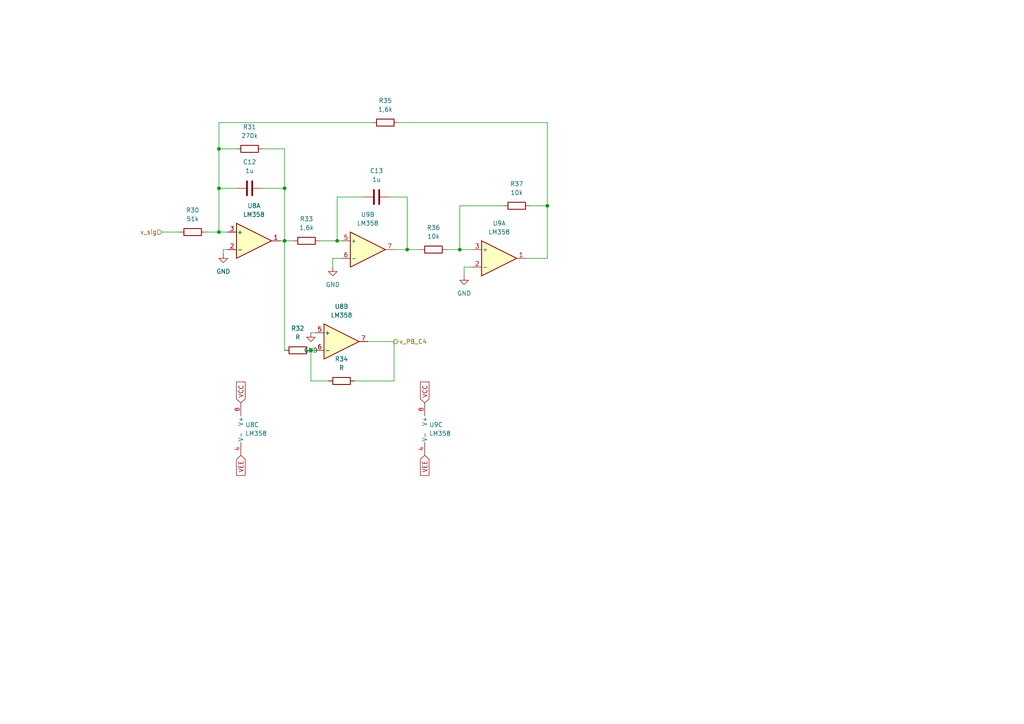
<source format=kicad_sch>
(kicad_sch (version 20211123) (generator eeschema)
  (paper "A4")
  (lib_symbols
    (symbol "Amplifier_Operational:LM358" (pin_names (offset 0.127))
      (property "Reference" "U" (at 0 5.08 0))
      (property "Value" "LM358" (at 0 -5.08 0))
      (symbol "LM358_1_1"
        (polyline (pts (xy -5.08 5.08) (xy 5.08 0) (xy -5.08 -5.08) (xy -5.08 5.08)) (stroke (width 0.254)) (fill (type background)))
        (pin output line (at 7.62 0 180) (length 2.54) (name "~") (number "1"))
        (pin input line (at -7.62 -2.54 0) (length 2.54) (name "-") (number "2"))
        (pin input line (at -7.62 2.54 0) (length 2.54) (name "+") (number "3"))
      )
      (symbol "LM358_2_1"
        (polyline (pts (xy -5.08 5.08) (xy 5.08 0) (xy -5.08 -5.08) (xy -5.08 5.08)) (stroke (width 0.254)) (fill (type background)))
        (pin input line (at -7.62 2.54 0) (length 2.54) (name "+") (number "5"))
        (pin input line (at -7.62 -2.54 0) (length 2.54) (name "-") (number "6"))
        (pin output line (at 7.62 0 180) (length 2.54) (name "~") (number "7"))
      )
      (symbol "LM358_3_1"
        (pin power_in line (at -2.54 -7.62 90) (length 3.81) (name "V-") (number "4"))
        (pin power_in line (at -2.54 7.62 270) (length 3.81) (name "V+") (number "8"))
      )
    )
    (symbol "Device:C" (pin_numbers hide) (pin_names (offset 0.254))
      (property "Reference" "C" (at 0.635 2.54 0))
      (property "Value" "C" (at 0.635 -2.54 0))
      (symbol "C_0_1"
        (polyline (pts (xy -2.032 -0.762) (xy 2.032 -0.762)) (stroke (width 0.508)))
        (polyline (pts (xy -2.032 0.762) (xy 2.032 0.762)) (stroke (width 0.508)))
      )
      (symbol "C_1_1"
        (pin passive line (at 0 3.81 270) (length 2.794) (name "~") (number "1"))
        (pin passive line (at 0 -3.81 90) (length 2.794) (name "~") (number "2"))
      )
    )
    (symbol "Device:R" (pin_numbers hide) (pin_names (offset 0))
      (property "Reference" "R" (at 2.032 0 90))
      (property "Value" "R" (at 0 0 90))
      (symbol "R_0_1"
        (rectangle (start -1.016 -2.54) (end 1.016 2.54) (stroke (width 0.254)))
      )
      (symbol "R_1_1"
        (pin passive line (at 0 3.81 270) (length 1.27) (name "~") (number "1"))
        (pin passive line (at 0 -3.81 90) (length 1.27) (name "~") (number "2"))
      )
    )
    (symbol "power:GND" (power) (pin_names (offset 0))
      (property "Value" "GND" (at 0 -3.81 0))
      (symbol "GND_0_1"
        (polyline (pts (xy 0 0) (xy 0 -1.27) (xy 1.27 -1.27) (xy 0 -2.54) (xy -1.27 -1.27) (xy 0 -1.27)))
      )
      (symbol "GND_1_1"
        (pin power_in line (at 0 0 270) (length 0) hide (name "GND") (number "1"))
      )
    )
  )
  (junction (at 63.5 43.18))
  (junction (at 133.35 72.39))
  (junction (at 97.79 69.85))
  (junction (at 82.55 54.61))
  (junction (at 90.17 101.6))
  (junction (at 158.75 59.69))
  (junction (at 63.5 67.31))
  (junction (at 118.11 72.39))
  (junction (at 63.5 54.61))
  (junction (at 82.55 69.85))
  (wire (pts (xy 105.41 57.15) (xy 97.79 57.15)))
  (wire (pts (xy 63.5 54.61) (xy 63.5 67.31)))
  (wire (pts (xy 129.54 72.39) (xy 133.35 72.39)))
  (wire (pts (xy 82.55 69.85) (xy 85.09 69.85)))
  (wire (pts (xy 134.62 77.47) (xy 137.16 77.47)))
  (wire (pts (xy 64.77 73.66) (xy 64.77 72.39)))
  (wire (pts (xy 64.77 72.39) (xy 66.04 72.39)))
  (wire (pts (xy 46.99 67.31) (xy 52.07 67.31)))
  (wire (pts (xy 82.55 54.61) (xy 82.55 69.85)))
  (wire (pts (xy 102.87 110.49) (xy 114.3 110.49)))
  (wire (pts (xy 63.5 35.56) (xy 63.5 43.18)))
  (wire (pts (xy 158.75 35.56) (xy 158.75 59.69)))
  (wire (pts (xy 63.5 67.31) (xy 66.04 67.31)))
  (wire (pts (xy 76.2 54.61) (xy 82.55 54.61)))
  (wire (pts (xy 114.3 110.49) (xy 114.3 99.06)))
  (wire (pts (xy 63.5 43.18) (xy 63.5 54.61)))
  (wire (pts (xy 158.75 59.69) (xy 153.67 59.69)))
  (wire (pts (xy 82.55 43.18) (xy 82.55 54.61)))
  (wire (pts (xy 59.69 67.31) (xy 63.5 67.31)))
  (wire (pts (xy 95.25 110.49) (xy 90.17 110.49)))
  (wire (pts (xy 68.58 43.18) (xy 63.5 43.18)))
  (wire (pts (xy 97.79 69.85) (xy 99.06 69.85)))
  (wire (pts (xy 68.58 54.61) (xy 63.5 54.61)))
  (wire (pts (xy 118.11 57.15) (xy 118.11 72.39)))
  (wire (pts (xy 114.3 72.39) (xy 118.11 72.39)))
  (wire (pts (xy 76.2 43.18) (xy 82.55 43.18)))
  (wire (pts (xy 81.28 69.85) (xy 82.55 69.85)))
  (wire (pts (xy 118.11 72.39) (xy 121.92 72.39)))
  (wire (pts (xy 82.55 69.85) (xy 82.55 101.6)))
  (wire (pts (xy 113.03 57.15) (xy 118.11 57.15)))
  (wire (pts (xy 90.17 110.49) (xy 90.17 101.6)))
  (wire (pts (xy 92.71 69.85) (xy 97.79 69.85)))
  (wire (pts (xy 90.17 101.6) (xy 91.44 101.6)))
  (wire (pts (xy 152.4 74.93) (xy 158.75 74.93)))
  (wire (pts (xy 97.79 57.15) (xy 97.79 69.85)))
  (wire (pts (xy 115.57 35.56) (xy 158.75 35.56)))
  (wire (pts (xy 114.3 99.06) (xy 106.68 99.06)))
  (wire (pts (xy 134.62 80.01) (xy 134.62 77.47)))
  (wire (pts (xy 158.75 74.93) (xy 158.75 59.69)))
  (wire (pts (xy 133.35 72.39) (xy 137.16 72.39)))
  (wire (pts (xy 133.35 59.69) (xy 133.35 72.39)))
  (wire (pts (xy 107.95 35.56) (xy 63.5 35.56)))
  (wire (pts (xy 96.52 74.93) (xy 96.52 77.47)))
  (wire (pts (xy 90.17 96.52) (xy 91.44 96.52)))
  (wire (pts (xy 99.06 74.93) (xy 96.52 74.93)))
  (wire (pts (xy 146.05 59.69) (xy 133.35 59.69)))
  (global_label "VCC" (shape input) (at 69.85 116.84 90) (property "Intersheet References" "${INTERSHEET_REFS}" (effects hide)))
  (global_label "VEE" (shape input) (at 123.19 132.08 270) (property "Intersheet References" "${INTERSHEET_REFS}" (effects hide)))
  (global_label "VEE" (shape input) (at 69.85 132.08 270) (property "Intersheet References" "${INTERSHEET_REFS}" (effects hide)))
  (global_label "VCC" (shape input) (at 123.19 116.84 90) (property "Intersheet References" "${INTERSHEET_REFS}" (effects hide)))
  (hierarchical_label "v_PB_C4" (shape output) (at 114.3 99.06 0))
  (hierarchical_label "v_sig" (shape input) (at 46.99 67.31 180))
  (symbol (lib_id "Device:R") (at 55.88 67.31 90) (unit 1)
    (property "Reference" "R30" (at 55.88 60.96 90))
    (property "Value" "51k" (at 55.88 63.5 90))
    (property "Footprint" "Resistor_SMD:R_0805_2012Metric" (effects hide))
  )
  (symbol (lib_id "Device:R") (at 99.06 110.49 90) (unit 1)
    (property "Reference" "R34" (at 99.06 104.14 90))
    (property "Value" "R" (at 99.06 106.68 90))
  )
  (symbol (lib_id "power:GND") (at 90.17 96.52 0) (unit 1)
    (property "Reference" "#PWR023" (effects hide))
    (property "Value" "GND" (at 90.17 101.6 0))
  )
  (symbol (lib_id "Amplifier_Operational:LM358") (at 125.73 124.46 0) (unit 3)
    (property "Reference" "U9" (at 124.46 123.1899 0) (effects (justify left)))
    (property "Value" "LM358" (at 124.46 125.7299 0) (effects (justify left)))
    (property "Footprint" "Package_DIP:DIP-8_W7.62mm" (effects hide))
    (property "Datasheet" "http://www.ti.com/lit/ds/symlink/lm2904-n.pdf" (effects hide))
  )
  (symbol (lib_id "Amplifier_Operational:LM358") (at 99.06 99.06 0) (unit 2)
    (property "Reference" "U8" (at 99.06 88.9 0))
    (property "Value" "LM358" (at 99.06 91.44 0))
    (property "Footprint" "Package_DIP:DIP-8_W7.62mm" (effects hide))
    (property "Datasheet" "http://www.ti.com/lit/ds/symlink/lm2904-n.pdf" (effects hide))
  )
  (symbol (lib_id "Amplifier_Operational:LM358") (at 106.68 72.39 0) (unit 2)
    (property "Reference" "U9" (at 106.68 62.23 0))
    (property "Value" "LM358" (at 106.68 64.77 0))
    (property "Footprint" "Package_DIP:DIP-8_W7.62mm" (effects hide))
    (property "Datasheet" "http://www.ti.com/lit/ds/symlink/lm2904-n.pdf" (effects hide))
  )
  (symbol (lib_id "Device:R") (at 111.76 35.56 90) (unit 1)
    (property "Reference" "R35" (at 111.76 29.21 90))
    (property "Value" "1,6k" (at 111.76 31.75 90))
    (property "Footprint" "Resistor_SMD:R_0805_2012Metric" (effects hide))
  )
  (symbol (lib_id "Device:C") (at 109.22 57.15 90) (unit 1)
    (property "Reference" "C13" (at 109.22 49.53 90))
    (property "Value" "1u" (at 109.22 52.07 90))
  )
  (symbol (lib_id "Device:R") (at 72.39 43.18 90) (unit 1)
    (property "Reference" "R31" (at 72.39 36.83 90))
    (property "Value" "270k" (at 72.39 39.37 90))
    (property "Footprint" "Resistor_SMD:R_0805_2012Metric" (effects hide))
  )
  (symbol (lib_id "power:GND") (at 64.77 73.66 0) (unit 1)
    (property "Reference" "#PWR022" (effects hide))
    (property "Value" "GND" (at 64.77 78.74 0))
  )
  (symbol (lib_id "power:GND") (at 96.52 77.47 0) (unit 1)
    (property "Reference" "#PWR024" (effects hide))
    (property "Value" "GND" (at 96.52 82.55 0))
  )
  (symbol (lib_id "power:GND") (at 134.62 80.01 0) (unit 1)
    (property "Reference" "#PWR025" (effects hide))
    (property "Value" "GND" (at 134.62 85.09 0))
  )
  (symbol (lib_id "Device:R") (at 86.36 101.6 90) (unit 1)
    (property "Reference" "R32" (at 86.36 95.25 90))
    (property "Value" "R" (at 86.36 97.79 90))
  )
  (symbol (lib_id "Device:R") (at 88.9 69.85 90) (unit 1)
    (property "Reference" "R33" (at 88.9 63.5 90))
    (property "Value" "1,6k" (at 88.9 66.04 90))
    (property "Footprint" "Resistor_SMD:R_0805_2012Metric" (effects hide))
  )
  (symbol (lib_id "Device:R") (at 125.73 72.39 90) (unit 1)
    (property "Reference" "R36" (at 125.73 66.04 90))
    (property "Value" "10k" (at 125.73 68.58 90))
    (property "Footprint" "Resistor_SMD:R_0805_2012Metric" (effects hide))
  )
  (symbol (lib_id "Device:R") (at 149.86 59.69 90) (unit 1)
    (property "Reference" "R37" (at 149.86 53.34 90))
    (property "Value" "10k" (at 149.86 55.88 90))
    (property "Footprint" "Resistor_SMD:R_0805_2012Metric" (effects hide))
  )
  (symbol (lib_id "Amplifier_Operational:LM358") (at 144.78 74.93 0) (unit 1)
    (property "Reference" "U9" (at 144.78 64.77 0))
    (property "Value" "LM358" (at 144.78 67.31 0))
    (property "Footprint" "Package_DIP:DIP-8_W7.62mm" (effects hide))
    (property "Datasheet" "http://www.ti.com/lit/ds/symlink/lm2904-n.pdf" (effects hide))
  )
  (symbol (lib_id "Amplifier_Operational:LM358") (at 73.66 69.85 0) (unit 1)
    (property "Reference" "U8" (at 73.66 59.69 0))
    (property "Value" "LM358" (at 73.66 62.23 0))
    (property "Footprint" "Package_DIP:DIP-8_W7.62mm" (effects hide))
    (property "Datasheet" "http://www.ti.com/lit/ds/symlink/lm2904-n.pdf" (effects hide))
  )
  (symbol (lib_id "Amplifier_Operational:LM358") (at 72.39 124.46 0) (unit 3)
    (property "Reference" "U8" (at 71.12 123.1899 0) (effects (justify left)))
    (property "Value" "LM358" (at 71.12 125.7299 0) (effects (justify left)))
    (property "Footprint" "Package_DIP:DIP-8_W7.62mm" (effects hide))
    (property "Datasheet" "http://www.ti.com/lit/ds/symlink/lm2904-n.pdf" (effects hide))
  )
  (symbol (lib_id "Device:C") (at 72.39 54.61 90) (unit 1)
    (property "Reference" "C12" (at 72.39 46.99 90))
    (property "Value" "1u" (at 72.39 49.53 90))
  )
)
</source>
